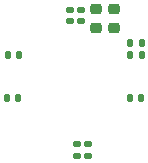
<source format=gbr>
%TF.GenerationSoftware,KiCad,Pcbnew,(6.0.6)*%
%TF.CreationDate,2022-07-04T15:46:39+03:00*%
%TF.ProjectId,gimble,67696d62-6c65-42e6-9b69-6361645f7063,0.2*%
%TF.SameCoordinates,Original*%
%TF.FileFunction,Paste,Bot*%
%TF.FilePolarity,Positive*%
%FSLAX46Y46*%
G04 Gerber Fmt 4.6, Leading zero omitted, Abs format (unit mm)*
G04 Created by KiCad (PCBNEW (6.0.6)) date 2022-07-04 15:46:39*
%MOMM*%
%LPD*%
G01*
G04 APERTURE LIST*
G04 Aperture macros list*
%AMRoundRect*
0 Rectangle with rounded corners*
0 $1 Rounding radius*
0 $2 $3 $4 $5 $6 $7 $8 $9 X,Y pos of 4 corners*
0 Add a 4 corners polygon primitive as box body*
4,1,4,$2,$3,$4,$5,$6,$7,$8,$9,$2,$3,0*
0 Add four circle primitives for the rounded corners*
1,1,$1+$1,$2,$3*
1,1,$1+$1,$4,$5*
1,1,$1+$1,$6,$7*
1,1,$1+$1,$8,$9*
0 Add four rect primitives between the rounded corners*
20,1,$1+$1,$2,$3,$4,$5,0*
20,1,$1+$1,$4,$5,$6,$7,0*
20,1,$1+$1,$6,$7,$8,$9,0*
20,1,$1+$1,$8,$9,$2,$3,0*%
G04 Aperture macros list end*
%ADD10RoundRect,0.140000X-0.170000X0.140000X-0.170000X-0.140000X0.170000X-0.140000X0.170000X0.140000X0*%
%ADD11RoundRect,0.225000X0.250000X-0.225000X0.250000X0.225000X-0.250000X0.225000X-0.250000X-0.225000X0*%
%ADD12RoundRect,0.140000X-0.140000X-0.170000X0.140000X-0.170000X0.140000X0.170000X-0.140000X0.170000X0*%
%ADD13RoundRect,0.140000X0.170000X-0.140000X0.170000X0.140000X-0.170000X0.140000X-0.170000X-0.140000X0*%
%ADD14RoundRect,0.140000X0.140000X0.170000X-0.140000X0.170000X-0.140000X-0.170000X0.140000X-0.170000X0*%
G04 APERTURE END LIST*
D10*
%TO.C,C309*%
X132200000Y-68920000D03*
X132200000Y-69880000D03*
%TD*%
D11*
%TO.C,C308*%
X132850000Y-59025000D03*
X132850000Y-57475000D03*
%TD*%
D12*
%TO.C,C304*%
X135695000Y-65000000D03*
X136655000Y-65000000D03*
%TD*%
D13*
%TO.C,C310*%
X130600000Y-58455000D03*
X130600000Y-57495000D03*
%TD*%
D14*
%TO.C,C305*%
X126255000Y-64975000D03*
X125295000Y-64975000D03*
%TD*%
D13*
%TO.C,C307*%
X131600000Y-58455000D03*
X131600000Y-57495000D03*
%TD*%
D12*
%TO.C,C306*%
X135745000Y-60325000D03*
X136705000Y-60325000D03*
%TD*%
%TO.C,C301*%
X135745000Y-61375000D03*
X136705000Y-61375000D03*
%TD*%
D11*
%TO.C,C300*%
X134375000Y-59025000D03*
X134375000Y-57475000D03*
%TD*%
D14*
%TO.C,C302*%
X126355000Y-61325000D03*
X125395000Y-61325000D03*
%TD*%
D10*
%TO.C,C303*%
X131200000Y-68920000D03*
X131200000Y-69880000D03*
%TD*%
M02*

</source>
